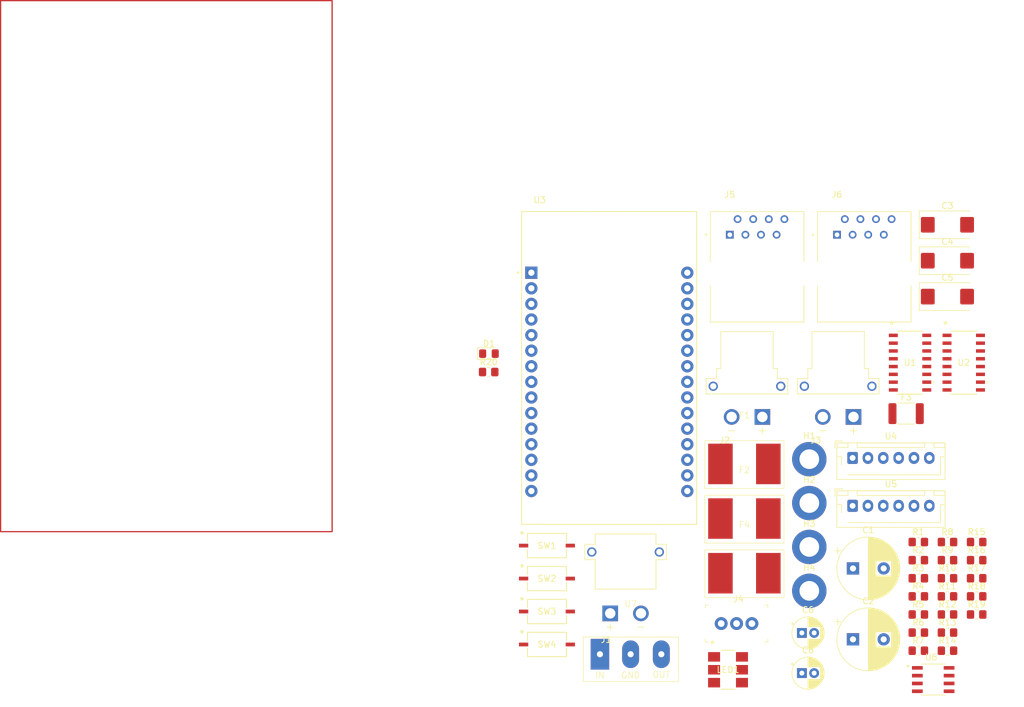
<source format=kicad_pcb>
(kicad_pcb (version 20240108) (generator "pcbnew") (generator_version "8.0")
  (layers (0 "F.Cu" signal) (31 "B.Cu" signal) (34 "B.Paste" user) (35 "F.Paste" user) (36 "B.SilkS" user "B.Silkscreen") (37 "F.SilkS" user "F.Silkscreen") (38 "B.Mask" user) (39 "F.Mask" user) (44 "Edge.Cuts" user))
  (net 0 "")
  (net 1 "GND")
  (net 2 "24V")
  (net 3 "5V")
  (net 4 "Net-(C4-Pad2)")
  (net 5 "Net-(C5-Pad2)")
  (net 6 "Net-(U7-V_{OUT})")
  (net 7 "7.4V")
  (net 8 "MA+")
  (net 9 "MA+_F")
  (net 10 "MB+")
  (net 11 "MB+_F")
  (net 12 "Net-(U7-V_{IN})")
  (net 13 "Net-(F4-Pad1)")
  (net 14 "MA-")
  (net 15 "MB-")
  (net 16 "SERVO_PWM")
  (net 17 "CANH")
  (net 18 "CANL")
  (net 19 "Net-(J5-Pad4)")
  (net 20 "Net-(J5-Pad6)")
  (net 21 "Net-(J5-Pad3)")
  (net 22 "Net-(J5-Pad5)")
  (net 23 "LED_B")
  (net 24 "Net-(LED1-Pad1)")
  (net 25 "LED_G")
  (net 26 "MA_S1")
  (net 27 "Net-(U1-INA)")
  (net 28 "MA_S2")
  (net 29 "Net-(U1-INB)")
  (net 30 "MB_S1")
  (net 31 "Net-(U2-INA)")
  (net 32 "MB_S2")
  (net 33 "Net-(U2-INB)")
  (net 34 "Net-(U1-CS)")
  (net 35 "Net-(U2-CS)")
  (net 36 "MB_DIAG_A")
  (net 37 "3.3V")
  (net 38 "MA_DIAG_B")
  (net 39 "MA_DIAG_A")
  (net 40 "MB_DIAG_B")
  (net 41 "PB_POIGNET_FWD")
  (net 42 "PB_POIGNET_REV")
  (net 43 "PB_ROT_FWD")
  (net 44 "PB_ROT_REV")
  (net 45 "LED_R")
  (net 46 "RXC")
  (net 48 "SCK")
  (net 50 "MISO")
  (net 52 "CS_Rotation")
  (net 55 "MOSI")
  (net 56 "CS_Poignet")
  (net 57 "TXC")
  (net 61 "Net-(C6-Pad2)")
  (net 62 "Net-(D1-A)")
  (footprint "Custom:3425L200_60MR" (layer "F.Cu") (at 134.655 88.47)
    (property "Reference" "F1" (at 0 -7.9 0) (layer "F.SilkS") (effects (font (thickness 0.1))))
    (property "Value" "4A")
    (pad "1" smd rect (at -3.9 0) (size 4 6.6) (layers "F.Cu" "F.Paste" "F.Mask") (net 9 "MA+_F"))
    (pad "2" smd rect (at 3.9 0) (size 4 6.6) (layers "F.Cu" "F.Paste" "F.Mask") (net 8 "MA+"))
  )
  (footprint "MountingHole:MountingHole_3.2mm_M3_DIN965_Pad_TopBottom" (layer "F.Cu") (at 145.23 94.845)
    (property "Reference" "H2" (at 0 -3.8 0) (layer "F.SilkS"))
    (property "Value" "MountingHole_Pad" (hide yes))
    (pad "1" thru_hole circle (at 0 0) (size 3.6 3.6) (drill 3.2) (layers "*.Cu" "*.Mask") (net 1 "GND"))
    (pad "1" connect circle (at 0 0) (size 5.6 5.6) (layers "F.Cu" "F.Mask") (net 1 "GND"))
    (pad "1" connect circle (at 0 0) (size 5.6 5.6) (layers "B.Cu" "B.Mask") (net 1 "GND"))
  )
  (footprint "TS09_63_25_WT_160_SMT_TR:SW_TS09-63-25_CUD" (layer "F.Cu") (at 102.4945 107.1432)
    (property "Reference" "SW2" (at 0 0 0) (layer "F.SilkS"))
    (property "Value" "TS09-63-25-WT-160-SMT-TR" (hide yes))
    (fp_text user "*" (at -4.05765 -1.7526 0) (layer "F.SilkS"))
    (fp_text user "*" (at -4.05765 -1.7526 0) (layer "F.SilkS"))
    (pad "1" smd rect (at -3.80365 0) (size 1.5113 0.6096) (layers "F.Cu" "F.Paste" "F.Mask") (net 1 "GND"))
    (pad "2" smd rect (at 3.80365 0) (size 1.5113 0.6096) (layers "F.Cu" "F.Paste" "F.Mask") (net 42 "PB_POIGNET_REV"))
  )
  (footprint "CLP6C-FKB-CKNPRGJBB7A363:CLP6C-FKB-CKNPRGJBB7A363_CRE" (layer "F.Cu") (at 131.9904 121.9982)
    (property "Reference" "LED1" (at 0 0 0) (layer "F.SilkS"))
    (property "Value" "CLP6C-FKB-CKNPRGJBB7A363")
    (fp_text user "*" (at -2.5273 -4.1447 0) (layer "F.SilkS"))
    (fp_text user "*" (at -2.5273 -4.1447 0) (layer "F.SilkS"))
    (pad "1" smd rect (at -2.2733 -2.099998) (size 1.9558 1.5494) (layers "F.Cu" "F.Paste" "F.Mask") (net 24 "Net-(LED1-Pad1)"))
    (pad "2" smd rect (at -2.2733 0) (size 1.9558 1.5494) (layers "F.Cu" "F.Paste" "F.Mask") (net 25 "LED_G"))
    (pad "3" smd rect (at -2.2733 2.100001) (size 1.9558 1.5494) (layers "F.Cu" "F.Paste" "F.Mask") (net 23 "LED_B"))
    (pad "4" smd rect (at 2.2733 2.099998) (size 1.9558 1.5494) (layers "F.Cu" "F.Paste" "F.Mask") (net 1 "GND"))
    (pad "5" smd rect (at 2.2733 0) (size 1.9558 1.5494) (layers "F.Cu" "F.Paste" "F.Mask") (net 1 "GND"))
    (pad "6" smd rect (at 2.2733 -2.100001) (size 1.9558 1.5494) (layers "F.Cu" "F.Paste" "F.Mask") (net 1 "GND"))
  )
  (footprint "54601-908WPLF:AMPHENOL_54601-908WPLF" (layer "F.Cu") (at 136.725 57.485)
    (property "Reference" "J5" (at -4.445 -12.885 0) (layer "F.SilkS"))
    (property "Value" "RJ45")
    (pad "" np_thru_hole circle (at -5.716 0) (size 3.35 3.35) (drill 3.35) (layers "*.Cu" "*.Mask"))
    (pad "" np_thru_hole circle (at 5.716 0) (size 3.35 3.35) (drill 3.35) (layers "*.Cu" "*.Mask"))
    (pad "1" thru_hole rect (at -4.445 -6.35) (size 1.268 1.268) (drill 0.76) (layers "*.Cu" "*.Mask") (net 17 "CANH"))
    (pad "2" thru_hole circle (at -3.175 -8.89) (size 1.268 1.268) (drill 0.76) (layers "*.Cu" "*.Mask") (net 18 "CANL"))
    (pad "3" thru_hole circle (at -1.905 -6.35) (size 1.268 1.268) (drill 0.76) (layers "*.Cu" "*.Mask") (net 21 "Net-(J5-Pad3)"))
    (pad "4" thru_hole circle (at -0.635 -8.89) (size 1.268 1.268) (drill 0.76) (layers "*.Cu" "*.Mask") (net 19 "Net-(J5-Pad4)"))
    (pad "5" thru_hole circle (at 0.635 -6.35) (size 1.268 1.268) (drill 0.76) (layers "*.Cu" "*.Mask") (net 22 "Net-(J5-Pad5)"))
    (pad "6" thru_hole circle (at 1.905 -8.89) (size 1.268 1.268) (drill 0.76) (layers "*.Cu" "*.Mask") (net 20 "Net-(J5-Pad6)"))
    (pad "7" thru_hole circle (at 3.175 -6.35) (size 1.268 1.268) (drill 0.76) (layers "*.Cu" "*.Mask") (net 3 "5V"))
    (pad "8" thru_hole circle (at 4.445 -8.89) (size 1.268 1.268) (drill 0.76) (layers "*.Cu" "*.Mask") (net 1 "GND"))
  )
  (footprint "Resistor_SMD:R_0805_2012Metric_Pad1.20x1.40mm_HandSolder" (layer "F.Cu") (at 162.99 112.995)
    (property "Reference" "R5" (at 0 -1.65 0) (layer "F.SilkS"))
    (property "Value" "1K")
    (pad "1" smd roundrect (at -1 0) (size 1.2 1.4) (layers "F.Cu" "F.Paste" "F.Mask") (roundrect_rratio 0.208333) (net 34 "Net-(U1-CS)"))
    (pad "2" smd roundrect (at 1 0) (size 1.2 1.4) (layers "F.Cu" "F.Paste" "F.Mask") (roundrect_rratio 0.208333) (net 1 "GND"))
  )
  (footprint "Fuse:Fuse_1812_4532Metric_Pad1.30x3.40mm_HandSolder" (layer "F.Cu") (at 161 80.275)
    (property "Reference" "F3" (at 0 -2.65 0) (layer "F.SilkS"))
    (property "Value" "1.5A")
    (pad "1" smd roundrect (at -2.225 0) (size 1.3 3.4) (layers "F.Cu" "F.Paste" "F.Mask") (roundrect_rratio 0.192308) (net 2 "24V"))
    (pad "2" smd roundrect (at 2.225 0) (size 1.3 3.4) (layers "F.Cu" "F.Paste" "F.Mask") (roundrect_rratio 0.192308) (net 12 "Net-(U7-V_{IN})"))
  )
  (footprint "Capacitor_Tantalum_SMD:CP_EIA-7343-15_Kemet-W_Pad2.25x2.55mm_HandSolder" (layer "F.Cu") (at 167.73 55.365)
    (property "Reference" "C4" (at 0 -3.1 0) (layer "F.SilkS"))
    (property "Value" "47nF")
    (pad "1" smd roundrect (at -3.2 0) (size 2.25 2.55) (layers "F.Cu" "F.Paste" "F.Mask") (roundrect_rratio 0.111111) (net 1 "GND"))
    (pad "2" smd roundrect (at 3.2 0) (size 2.25 2.55) (layers "F.Cu" "F.Paste" "F.Mask") (roundrect_rratio 0.111111) (net 4 "Net-(C4-Pad2)"))
  )
  (footprint "54601-908WPLF:AMPHENOL_54601-908WPLF" (layer "F.Cu") (at 154.19 57.485)
    (property "Reference" "J6" (at -4.445 -12.885 0) (layer "F.SilkS"))
    (property "Value" "RJ45")
    (pad "" np_thru_hole circle (at -5.716 0) (size 3.35 3.35) (drill 3.35) (layers "*.Cu" "*.Mask"))
    (pad "" np_thru_hole circle (at 5.716 0) (size 3.35 3.35) (drill 3.35) (layers "*.Cu" "*.Mask"))
    (pad "1" thru_hole rect (at -4.445 -6.35) (size 1.268 1.268) (drill 0.76) (layers "*.Cu" "*.Mask") (net 17 "CANH"))
    (pad "2" thru_hole circle (at -3.175 -8.89) (size 1.268 1.268) (drill 0.76) (layers "*.Cu" "*.Mask") (net 18 "CANL"))
    (pad "3" thru_hole circle (at -1.905 -6.35) (size 1.268 1.268) (drill 0.76) (layers "*.Cu" "*.Mask") (net 21 "Net-(J5-Pad3)"))
    (pad "4" thru_hole circle (at -0.635 -8.89) (size 1.268 1.268) (drill 0.76) (layers "*.Cu" "*.Mask") (net 19 "Net-(J5-Pad4)"))
    (pad "5" thru_hole circle (at 0.635 -6.35) (size 1.268 1.268) (drill 0.76) (layers "*.Cu" "*.Mask") (net 22 "Net-(J5-Pad5)"))
    (pad "6" thru_hole circle (at 1.905 -8.89) (size 1.268 1.268) (drill 0.76) (layers "*.Cu" "*.Mask") (net 20 "Net-(J5-Pad6)"))
    (pad "7" thru_hole circle (at 3.175 -6.35) (size 1.268 1.268) (drill 0.76) (layers "*.Cu" "*.Mask") (net 3 "5V"))
    (pad "8" thru_hole circle (at 4.445 -8.89) (size 1.268 1.268) (drill 0.76) (layers "*.Cu" "*.Mask") (net 1 "GND"))
  )
  (footprint "Resistor_SMD:R_0805_2012Metric_Pad1.20x1.40mm_HandSolder" (layer "F.Cu") (at 172.49 107.095)
    (property "Reference" "R17" (at 0 -1.65 0) (layer "F.SilkS"))
    (property "Value" "3.3K")
    (pad "1" smd roundrect (at -1 0) (size 1.2 1.4) (layers "F.Cu" "F.Paste" "F.Mask") (roundrect_rratio 0.208333) (net 43 "PB_ROT_FWD"))
    (pad "2" smd roundrect (at 1 0) (size 1.2 1.4) (layers "F.Cu" "F.Paste" "F.Mask") (roundrect_rratio 0.208333) (net 37 "3.3V"))
  )
  (footprint "Resistor_SMD:R_0805_2012Metric_Pad1.20x1.40mm_HandSolder" (layer "F.Cu") (at 167.74 104.145)
    (property "Reference" "R9" (at 0 -1.65 0) (layer "F.SilkS"))
    (property "Value" "3.3K")
    (pad "1" smd roundrect (at -1 0) (size 1.2 1.4) (layers "F.Cu" "F.Paste" "F.Mask") (roundrect_rratio 0.208333) (net 39 "MA_DIAG_A"))
    (pad "2" smd roundrect (at 1 0) (size 1.2 1.4) (layers "F.Cu" "F.Paste" "F.Mask") (roundrect_rratio 0.208333) (net 37 "3.3V"))
  )
  (footprint "MountingHole:MountingHole_3.2mm_M3_DIN965_Pad_TopBottom" (layer "F.Cu") (at 145.23 87.695)
    (property "Reference" "H1" (at 0 -3.8 0) (layer "F.SilkS"))
    (property "Value" "MountingHole_Pad" (hide yes))
    (pad "1" thru_hole circle (at 0 0) (size 3.6 3.6) (drill 3.2) (layers "*.Cu" "*.Mask") (net 1 "GND"))
    (pad "1" connect circle (at 0 0) (size 5.6 5.6) (layers "F.Cu" "F.Mask") (net 1 "GND"))
    (pad "1" connect circle (at 0 0) (size 5.6 5.6) (layers "B.Cu" "B.Mask") (net 1 "GND"))
  )
  (footprint "Connector_JST:JST_XH_B6B-XH-AM_1x06_P2.50mm_Vertical" (layer "F.Cu") (at 152.28 87.495)
    (property "Reference" "U4" (at 6.25 -3.55 0) (layer "F.SilkS"))
    (property "Value" "~")
    (pad "" np_thru_hole circle (at -1.6 2) (size 1.2 1.2) (drill 1.2) (layers "*.Cu" "*.Mask"))
    (pad "1" thru_hole roundrect (at 0 0) (size 1.7 1.95) (drill 0.95) (layers "*.Cu" "*.Mask") (roundrect_rratio 0.147059) (net 3 "5V"))
    (pad "2" thru_hole oval (at 2.5 0) (size 1.7 1.95) (drill 0.95) (layers "*.Cu" "*.Mask") (net 48 "SCK"))
    (pad "3" thru_hole oval (at 5 0) (size 1.7 1.95) (drill 0.95) (layers "*.Cu" "*.Mask") (net 55 "MOSI"))
    (pad "4" thru_hole oval (at 7.5 0) (size 1.7 1.95) (drill 0.95) (layers "*.Cu" "*.Mask") (net 1 "GND"))
    (pad "5" thru_hole oval (at 10 0) (size 1.7 1.95) (drill 0.95) (layers "*.Cu" "*.Mask") (net 50 "MISO"))
    (pad "6" thru_hole oval (at 12.5 0) (size 1.7 1.95) (drill 0.95) (layers "*.Cu" "*.Mask") (net 56 "CS_Poignet"))
  )
  (footprint "VNH5200ASTR_E:SO_200AS-E_STM" (layer "F.Cu") (at 161.6396 71.974)
    (property "Reference" "U1" (at 0 0 0) (layer "F.SilkS"))
    (property "Value" "VNH5200ASTR-E" (hide yes))
    (fp_text user "*" (at -2.97815 -6.1468 0) (layer "F.SilkS"))
    (fp_text user "*" (at -2.97815 -6.1468 0) (layer "F.SilkS"))
    (pad "1" smd rect (at -2.72415 -4.445) (size 1.4605 0.5588) (layers "F.Cu" "F.Paste" "F.Mask") (net 1 "GND"))
    (pad "2" smd rect (at -2.72415 -3.175) (size 1.4605 0.5588) (layers "F.Cu" "F.Paste" "F.Mask") (net 9 "MA+_F"))
    (pad "3" smd rect (at -2.72415 -1.905) (size 1.4605 0.5588) (layers "F.Cu" "F.Paste" "F.Mask") (net 27 "Net-(U1-INA)"))
    (pad "4" smd rect (at -2.72415 -0.635) (size 1.4605 0.5588) (layers "F.Cu" "F.Paste" "F.Mask") (net 2 "24V"))
    (pad "5" smd rect (at -2.72415 0.635) (size 1.4605 0.5588) (layers "F.Cu" "F.Paste" "F.Mask") (net 2 "24V"))
    (pad "6" smd rect (at -2.72415 1.905) (size 1.4605 0.5588) (layers "F.Cu" "F.Paste" "F.Mask") (net 29 "Net-(U1-INB)"))
    (pad "7" smd rect (at -2.72415 3.175) (size 1.4605 0.5588) (layers "F.Cu" "F.Paste" "F.Mask") (net 14 "MA-"))
    (pad "8" smd rect (at -2.72415 4.445) (size 1.4605 0.5588) (layers "F.Cu" "F.Paste" "F.Mask") (net 1 "GND"))
    (pad "9" smd rect (at 2.72415 4.445) (size 1.4605 0.5588) (layers "F.Cu" "F.Paste" "F.Mask") (net 1 "GND"))
    (pad "10" smd rect (at 2.72415 3.175) (size 1.4605 0.5588) (layers "F.Cu" "F.Paste" "F.Mask") (net 14 "MA-"))
    (pad "11" smd rect (at 2.72415 1.905) (size 1.4605 0.5588) (layers "F.Cu" "F.Paste" "F.Mask") (net 39 "MA_DIAG_A"))
    (pad "12" smd rect (at 2.72415 0.635) (size 1.4605 0.5588) (layers "F.Cu" "F.Paste" "F.Mask") (net 2 "24V"))
    (pad "13" smd rect (at 2.72415 -0.635) (size 1.4605 0.5588) (layers "F.Cu" "F.Paste" "F.Mask") (net 34 "Net-(U1-CS)"))
    (pad "14" smd rect (at 2.72415 -1.905) (size 1.4605 0.5588) (layers "F.Cu" "F.Paste" "F.Mask") (net 38 "MA_DIAG_B"))
    (pad "15" smd rect (at 2.72415 -3.175) (size 1.4605 0.5588) (layers "F.Cu" "F.Paste" "F.Mask") (net 9 "MA+_F"))
    (pad "16" smd rect (at 2.72415 -4.445) (size 1.4605 0.5588) (layers "F.Cu" "F.Paste" "F.Mask") (net 1 "GND"))
  )
  (footprint "Resistor_SMD:R_0805_2012Metric_Pad1.20x1.40mm_HandSolder" (layer "F.Cu") (at 93 73.5)
    (property "Reference" "R20" (at 0 -1.65 0) (layer "F.SilkS"))
    (property "Value" "1K")
    (pad "1" smd roundrect (at -1 0) (size 1.2 1.4) (layers "F.Cu" "F.Paste" "F.Mask") (roundrect_rratio 0.208333) (net 7 "7.4V"))
    (pad "2" smd roundrect (at 1 0) (size 1.2 1.4) (layers "F.Cu" "F.Paste" "F.Mask") (roundrect_rratio 0.208333) (net 62 "Net-(D1-A)"))
  )
  (footprint "TS09_63_25_WT_160_SMT_TR:SW_TS09-63-25_CUD" (layer "F.Cu") (at 102.4945 117.8808)
    (property "Reference" "SW4" (at 0 0 0) (layer "F.SilkS"))
    (property "Value" "TS09-63-25-WT-160-SMT-TR" (hide yes))
    (fp_text user "*" (at -4.05765 -1.7526 0) (layer "F.SilkS"))
    (fp_text user "*" (at -4.05765 -1.7526 0) (layer "F.SilkS"))
    (pad "1" smd rect (at -3.80365 0) (size 1.5113 0.6096) (layers "F.Cu" "F.Paste" "F.Mask") (net 1 "GND"))
    (pad "2" smd rect (at 3.80365 0) (size 1.5113 0.6096) (layers "F.Cu" "F.Paste" "F.Mask") (net 44 "PB_ROT_REV"))
  )
  (footprint "TJA1050T_CM_118:SOIC127P600X175-8N" (layer "F.Cu") (at 165.415 123.595)
    (property "Reference" "U6" (at -0.325 -3.635 0) (layer "F.SilkS"))
    (property "Value" "TJA1050T_CM_118")
    (pad "1" smd roundrect (at -2.585 -1.905) (size 1.75 0.59) (layers "F.Cu" "F.Paste" "F.Mask") (roundrect_rratio 0.07) (net 46 "RXC"))
    (pad "2" smd roundrect (at -2.585 -0.635) (size 1.75 0.59) (layers "F.Cu" "F.Paste" "F.Mask") (roundrect_rratio 0.07) (net 1 "GND"))
    (pad "3" smd roundrect (at -2.585 0.635) (size 1.75 0.59) (layers "F.Cu" "F.Paste" "F.Mask") (roundrect_rratio 0.07) (net 3 "5V"))
    (pad "4" smd roundrect (at -2.585 1.905) (size 1.75 0.59) (layers "F.Cu" "F.Paste" "F.Mask") (roundrect_rratio 0.07) (net 57 "TXC"))
    (pad "5" smd roundrect (at 2.585 1.905) (size 1.75 0.59) (layers "F.Cu" "F.Paste" "F.Mask") (roundrect_rratio 0.07))
    (pad "6" smd roundrect (at 2.585 0.635) (size 1.75 0.59) (layers "F.Cu" "F.Paste" "F.Mask") (roundrect_rratio 0.07) (net 18 "CANL"))
    (pad "7" smd roundrect (at 2.585 -0.635) (size 1.75 0.59) (layers "F.Cu" "F.Paste" "F.Mask") (roundrect_rratio 0.07) (net 17 "CANH"))
    (pad "8" smd roundrect (at 2.585 -1.905) (size 1.75 0.59) (layers "F.Cu" "F.Paste" "F.Mask") (roundrect_rratio 0.07) (net 1 "GND"))
  )
  (footprint "Resistor_SMD:R_0805_2012Metric_Pad1.20x1.40mm_HandSolder" (layer "F.Cu") (at 167.74 107.095)
    (property "Reference" "R10" (at 0 -1.65 0) (layer "F.SilkS"))
    (property "Value" "3.3K")
    (pad "1" smd roundrect (at -1 0) (size 1.2 1.4) (layers "F.Cu" "F.Paste" "F.Mask") (roundrect_rratio 0.208333) (net 40 "MB_DIAG_B"))
    (pad "2" smd roundrect (at 1 0) (size 1.2 1.4) (layers "F.Cu" "F.Paste" "F.Mask") (roundrect_rratio 0.208333) (net 37 "3.3V"))
  )
  (footprint "digikey-footprints:PinHeader_1x3_P2.5mm_Drill1.1mm" (layer "F.Cu") (at 130.88 114.475)
    (property "Reference" "J4" (at 2.8 -4 0) (layer "F.SilkS"))
    (property "Value" "B3B-XH-A_LF__SN_")
    (pad "1" thru_hole circle (at 0 0) (size 2.1 2.1) (drill 1.1) (layers "*.Cu" "*.Mask") (net 1 "GND"))
    (pad "2" thru_hole circle (at 2.5 0) (size 2.1 2.1) (drill 1.1) (layers "*.Cu" "*.Mask") (net 13 "Net-(F4-Pad1)"))
    (pad "3" thru_hole circle (at 5 0) (size 2.1 2.1) (drill 1.1) (layers "*.Cu" "*.Mask") (net 16 "SERVO_PWM"))
  )
  (footprint "TS09_63_25_WT_160_SMT_TR:SW_TS09-63-25_CUD" (layer "F.Cu") (at 102.4945 101.7744)
    (property "Reference" "SW1" (at 0 0 0) (layer "F.SilkS"))
    (property "Value" "TS09-63-25-WT-160-SMT-TR" (hide yes))
    (fp_text user "*" (at -4.05765 -1.7526 0) (layer "F.SilkS"))
    (fp_text user "*" (at -4.05765 -1.7526 0) (layer "F.SilkS"))
    (pad "1" smd rect (at -3.80365 0) (size 1.5113 0.6096) (layers "F.Cu" "F.Paste" "F.Mask") (net 1 "GND"))
    (pad "2" smd rect (at 3.80365 0) (size 1.5113 0.6096) (layers "F.Cu" "F.Paste" "F.Mask") (net 41 "PB_POIGNET_FWD"))
  )
  (footprint "XT30PW-F:AMASS_XT30PW-F" (layer "F.Cu") (at 135.08 75.815)
    (property "Reference" "J2" (at -3.635 8.805 0) (layer "F.SilkS"))
    (property "Value" "XT30PW-F")
    (pad "" thru_hole circle (at -5.5 0) (size 1.508 1.508) (drill 1) (layers "*.Cu" "*.Mask"))
    (pad "" thru_hole circle (at 5.5 0) (size 1.508 1.508) (drill 1) (layers "*.Cu" "*.Mask"))
    (pad "N" thru_hole circle (at -2.5 5) (size 2.55 2.55) (drill 1.7) (layers "*.Cu" "*.Mask") (net 14 "MA-"))
    (pad "P" thru_hole rect (at 2.5 5) (size 2.55 2.55) (drill 1.7) (layers "*.Cu" "*.Mask") (net 8 "MA+"))
  )
  (footprint "Capacitor_THT:CP_Radial_D5.0mm_P2.00mm" (layer "F.Cu") (at 144.019775 115.995)
    (property "Reference" "C6" (at 1 -3.75 0) (layer "F.SilkS"))
    (property "Value" "100uF")
    (pad "1" thru_hole rect (at 0 0) (size 1.6 1.6) (drill 0.8) (layers "*.Cu" "*.Mask") (net 6 "Net-(U7-V_{OUT})"))
    (pad "2" thru_hole circle (at 2 0) (size 1.6 1.6) (drill 0.8) (layers "*.Cu" "*.Mask") (net 61 "Net-(C6-Pad2)"))
  )
  (footprint "Resistor_SMD:R_0805_2012Metric_Pad1.20x1.40mm_HandSolder" (layer "F.Cu") (at 167.74 118.895)
    (property "Reference" "R14" (at 0 -1.65 0) (layer "F.SilkS"))
    (property "Value" "60")
    (pad "1" smd roundrect (at -1 0) (size 1.2 1.4) (layers "F.Cu" "F.Paste" "F.Mask") (roundrect_rratio 0.208333) (net 5 "Net-(C5-Pad2)"))
    (pad "2" smd roundrect (at 1 0) (size 1.2 1.4) (layers "F.Cu" "F.Paste" "F.Mask") (roundrect_rratio 0.208333) (net 18 "CANL"))
  )
  (footprint "TS09_63_25_WT_160_SMT_TR:SW_TS09-63-25_CUD" (layer "F.Cu") (at 102.4945 112.512)
    (property "Reference" "SW3" (at 0 0 0) (layer "F.SilkS"))
    (property "Value" "TS09-63-25-WT-160-SMT-TR" (hide yes))
    (fp_text user "*" (at -4.05765 -1.7526 0) (layer "F.SilkS"))
    (fp_text user "*" (at -4.05765 -1.7526 0) (layer "F.SilkS"))
    (pad "1" smd rect (at -3.80365 0) (size 1.5113 0.6096) (layers "F.Cu" "F.Paste" "F.Mask") (net 1 "GND"))
    (pad "2" smd rect (at 3.80365 0) (size 1.5113 0.6096) (layers "F.Cu" "F.Paste" "F.Mask") (net 43 "PB_ROT_FWD"))
  )
  (footprint "Resistor_SMD:R_0805_2012Metric_Pad1.20x1.40mm_HandSolder" (layer "F.Cu") (at 167.74 101.195)
    (property "Reference" "R8" (at 0 -1.65 0) (layer "F.SilkS"))
    (property "Value" "3.3K")
    (pad "1" smd roundrect (at -1 0) (size 1.2 1.4) (layers "F.Cu" "F.Paste" "F.Mask") (roundrect_rratio 0.208333) (net 38 "MA_DIAG_B"))
    (pad "2" smd roundrect (at 1 0) (size 1.2 1.4) (layers "F.Cu" "F.Paste" "F.Mask") (roundrect_rratio 0.208333) (net 37 "3.3V"))
  )
  (footprint "Capacitor_THT:CP_Radial_D10.0mm_P5.00mm" (layer "F.Cu") (at 152.344646 117.045)
    (property "Reference" "C2" (at 2.5 -6.25 0) (layer "F.SilkS"))
    (property "Value" "470uf")
    (pad "1" thru_hole rect (at 0 0) (size 2 2) (drill 1) (layers "*.Cu" "*.Mask") (net 2 "24V"))
    (pad "2" thru_hole circle (at 5 0) (size 2 2) (drill 1) (layers "*.Cu" "*.Mask") (net 1 "GND"))
  )
  (footprint "XT30PW-F:AMASS_XT30PW-F" (layer "F.Cu") (at 149.93 75.815)
    (property "Reference" "J3" (at -3.635 8.805 0) (layer "F.SilkS"))
    (property "Value" "XT30PW-F")
    (pad "" thru_hole circle (at -5.5 0) (size 1.508 1.508) (drill 1) (layers "*.Cu" "*.Mask"))
    (pad "" thru_hole circle (at 5.5 0) (size 1.508 1.508) (drill 1) (layers "*.Cu" "*.Mask"))
    (pad "N" thru_hole circle (at -2.5 5) (size 2.55 2.55) (drill 1.7) (layers "*.Cu" "*.Mask") (net 15 "MB-"))
    (pad "P" thru_hole rect (at 2.5 5) (size 2.55 2.55) (drill 1.7) (layers "*.Cu" "*.Mask") (net 10 "MB+"))
  )
  (footprint "Resistor_SMD:R_0805_2012Metric_Pad1.20x1.40mm_HandSolder" (layer "F.Cu") (at 162.99 104.145)
    (property "Reference" "R2" (at 0 -1.65 0) (layer "F.SilkS"))
    (property "Value" "1K")
    (pad "1" smd roundrect (at -1 0) (size 1.2 1.4) (layers "F.Cu" "F.Paste" "F.Mask") (roundrect_rratio 0.208333) (net 28 "MA_S2"))
    (pad "2" smd roundrect (at 1 0) (size 1.2 1.4) (layers "F.Cu" "F.Paste" "F.Mask") (roundrect_rratio 0.208333) (net 29 "Net-(U1-INB)"))
  )
  (footprint "Capacitor_Tantalum_SMD:CP_EIA-7343-15_Kemet-W_Pad2.25x2.55mm_HandSolder" (layer "F.Cu") (at 167.73 49.515)
    (property "Reference" "C3" (at 0 -3.1 0) (layer "F.SilkS"))
    (property "Value" "100nf")
    (pad "1" smd roundrect (at -3.2 0) (size 2.25 2.55) (layers "F.Cu" "F.Paste" "F.Mask") (roundrect_rratio 0.111111) (net 3 "5V"))
    (pad "2" smd roundrect (at 3.2 0) (size 2.25 2.55) (layers "F.Cu" "F.Paste" "F.Mask") (roundrect_rratio 0.111111) (net 1 "GND"))
  )
  (footprint "Resistor_SMD:R_0805_2012Metric_Pad1.20x1.40mm_HandSolder" (layer "F.Cu") (at 162.99 107.095)
    (property "Reference" "R3" (at 0 -1.65 0) (layer "F.SilkS"))
    (property "Value" "1K")
    (pad "1" smd roundrect (at -1 0) (size 1.2 1.4) (layers "F.Cu" "F.Paste" "F.Mask") (roundrect_rratio 0.208333) (net 30 "MB_S1"))
    (pad "2" smd roundrect (at 1 0) (size 1.2 1.4) (layers "F.Cu" "F.Paste" "F.Mask") (roundrect_rratio 0.208333) (net 31 "Net-(U2-INA)"))
  )
  (footprint "XT30PW-M:AMASS_XT30PW-M" (layer "F.Cu") (at 115.3 102.815)
    (property "Reference" "J1" (at -3.175 14.2875 0) (layer "F.SilkS"))
    (property "Value" "XT30PW-M" (hide yes))
    (pad "" thru_hole circle (at -5.5 0) (size 1.508 1.508) (drill 1) (layers "*.Cu" "*.Mask"))
    (pad "" thru_hole circle (at 5.5 0) (size 1.508 1.508) (drill 1) (layers "*.Cu" "*.Mask"))
    (pad "N" thru_hole circle (at 2.5 10) (size 2.55 2.55) (drill 1.7) (layers "*.Cu" "*.Mask") (net 1 "GND"))
    (pad "P" thru_hole rect (at -2.5 10) (size 2.55 2.55) (drill 1.7) (layers "*.Cu" "*.Mask") (net 2 "24V"))
  )
  (footprint "Resistor_SMD:R_0805_2012Metric_Pad1.20x1.40mm_HandSolder" (layer "F.Cu") (at 172.49 101.195)
    (property "Reference" "R15" (at 0 -1.65 0) (layer "F.SilkS"))
    (property "Value" "3.3K")
    (pad "1" smd roundrect (at -1 0) (size 1.2 1.4) (layers "F.Cu" "F.Paste" "F.Mask") (roundrect_rratio 0.208333) (net 41 "PB_POIGNET_FWD"))
    (pad "2" smd roundrect (at 1 0) (size 1.2 1.4) (layers "F.Cu" "F.Paste" "F.Mask") (roundrect_rratio 0.208333) (net 37 "3.3V"))
  )
  (footprint "Capacitor_THT:CP_Radial_D10.0mm_P5.00mm" (layer "F.Cu") (at 152.344646 105.495)
    (property "Reference" "C1" (at 2.5 -6.25 0) (layer "F.SilkS"))
    (property "Value" "470uf")
    (pad "1" thru_hole rect (at 0 0) (size 2 2) (drill 1) (layers "*.Cu" "*.Mask") (net 2 "24V"))
    (pad "2" thru_hole circle (at 5 0) (size 2 2) (drill 1) (layers "*.Cu" "*.Mask") (net 1 "GND"))
  )
  (footprint "Capacitor_THT:CP_Radial_D5.0mm_P2.00mm" (layer "F.Cu") (at 144.019775 122.545)
    (property "Reference" "C8" (at 1 -3.75 0) (layer "F.SilkS"))
    (property "Value" "100uF")
    (pad "1" thru_hole rect (at 0 0) (size 1.6 1.6) (drill 0.8) (layers "*.Cu" "*.Mask") (net 61 "Net-(C6-Pad2)"))
    (pad "2" thru_hole circle (at 2 0) (size 1.6 1.6) (drill 0.8) (layers "*.Cu" "*.Mask") (net 7 "7.4V"))
  )
  (footprint "Resistor_SMD:R_0805_2012Metric_Pad1.20x1.40mm_HandSolder" (layer "F.Cu") (at 167.74 112.995)
    (property "Reference" "R12" (at 0 -1.65 0) (layer "F.SilkS"))
    (property "Value" "60")
    (pad "1" smd roundrect (at -1 0) (size 1.2 1.4) (layers "F.Cu" "F.Paste" "F.Mask") (roundrect_rratio 0.208333) (net 4 "Net-(C4-Pad2)"))
    (pad "2" smd roundrect (at 1 0) (size 1.2 1.4) (layers "F.Cu" "F.Paste" "F.Mask") (roundrect_rratio 0.208333) (net 18 "CANL"))
  )
  (footprint "MountingHole:MountingHole_3.2mm_M3_DIN965_Pad_TopBottom" (layer "F.Cu") (at 145.23 109.145)
    (property "Reference" "H4" (at 0 -3.8 0) (layer "F.SilkS"))
    (property "Value" "MountingHole_Pad" (hide yes))
    (pad "1" thru_hole circle (at 0 0) (size 3.6 3.6) (drill 3.2) (layers "*.Cu" "*.Mask") (net 1 "GND"))
    (pad "1" connect circle (at 0 0) (size 5.6 5.6) (layers "F.Cu" "F.Mask") (net 1 "GND"))
    (pad "1" connect circle (at 0 0) (size 5.6 5.6) (layers "B.Cu" "B.Mask") (net 1 "GND"))
  )
  (footprint "Resistor_SMD:R_0805_2012Metric_Pad1.20x1.40mm_HandSolder" (layer "F.Cu") (at 172.49 112.995)
    (property "Reference" "R19" (at 0 -1.65 0) (layer "F.SilkS"))
    (property "Value" "68")
    (pad "1" smd roundrect (at -1 0) (size 1.2 1.4) (layers "F.Cu" "F.Paste" "F.Mask") (roundrect_rratio 0.208333) (net 24 "Net-(LED1-Pad1)"))
    (pad "2" smd roundrect (at 1 0) (size 1.2 1.4) (layers "F.Cu" "F.Paste" "F.Mask") (roundrect_rratio 0.208333) (net 45 "LED_R"))
  )
  (footprint "Custom:3425L200_60MR" (layer "F.Cu") (at 134.655 97.37)
    (property "Reference" "F2" (at 0 -7.9 0) (layer "F.SilkS") (effects (font (thickness 0.1))))
    (property "Value" "4A")
    (pad "1" smd rect (at -3.9 0) (size 4 6.6) (layers "F.Cu" "F.Paste" "F.Mask") (net 11 "MB+_F"))
    (pad "2" smd rect (at 3.9 0) (size 4 6.6) (layers "F.Cu" "F.Paste" "F.Mask") (net 10 "MB+"))
  )
  (footprint "Resistor_SMD:R_0805_2012Metric_Pad1.20x1.40mm_HandSolder" (layer "F.Cu") (at 167.74 110.045)
    (property "Reference" "R11" (at 0 -1.65 0) (layer "F.SilkS"))
    (property "Value" "60")
    (pad "1" smd roundrect (at -1 0) (size 1.2 1.4) (layers "F.Cu" "F.Paste" "F.Mask") (roundrect_rratio 0.208333) (net 17 "CANH"))
    (pad "2" smd roundrect (at 1 0) (size 1.2 1.4) (layers "F.Cu" "F.Paste" "F.Mask") (roundrect_rratio 0.208333) (net 4 "Net-(C4-Pad2)"))
  )
  (footprint "MountingHole:MountingHole_3.2mm_M3_DIN965_Pad_TopBottom" (layer "F.Cu") (at 145.23 101.995)
    (property "Reference" "H3" (at 0 -3.8 0) (layer "F.SilkS"))
    (property "Value" "MountingHole_Pad" (hide yes))
    (pad "1" thru_hole circle (at 0 0) (size 3.6 3.6) (drill 3.2) (layers "*.Cu" "*.Mask") (net 1 "GND"))
    (pad "1" connect circle (at 0 0) (size 5.6 5.6) (layers "F.Cu" "F.Mask") (net 1 "GND"))
    (pad "1" connect circle (at 0 0) (size 5.6 5.6) (layers "B.Cu" "B.Mask") (net 1 "GND"))
  )
  (footprint "Connector_JST:JST_XH_B6B-XH-AM_1x06_P2.50mm_Vertical" (layer "F.Cu") (at 152.28 95.295)
    (property "Reference" "U5" (at 6.25 -3.55 0) (layer "F.SilkS"))
    (property "Value" "~")
    (pad "" np_thru_hole circle (at -1.6 2) (size 1.2 1.2) (drill 1.2) (layers "*.Cu" "*.Mask"))
    (pad "1" thru_hole roundrect (at 0 0) (size 1.7 1.95) (drill 0.95) (layers "*.Cu" "*.Mask") (roundrect_rratio 0.147059) (net 3 "5V"))
    (pad "2" thru_hole oval (at 2.5 0) (size 1.7 1.95) (drill 0.95) (layers "*.Cu" "*.Mask") (net 48 "SCK"))
    (pad "3" thru_hole oval (at 5 0) (size 1.7 1.95) (drill 0.95) (layers "*.Cu" "*.Mask") (net 55 "MOSI"))
    (pad "4" thru_hole oval (at 7.5 0) (size 1.7 1.95) (drill 0.95) (layers "*.Cu" "*.Mask") (net 1 "GND"))
    (pad "5" thru_hole oval (at 10 0) (size 1.7 1.95) (drill 0.95) (layers "*.Cu" "*.Mask") (net 50 "MISO"))
    (pad "6" thru_hole oval (at 12.5 0) (size 1.7 1.95) (drill 0.95) (layers "*.Cu" "*.Mask") (net 52 "CS_Rotation"))
  )
  (footprint "Custom:3425L200_60MR" (layer "F.Cu") (at 134.655 106.27)
    (property "Reference" "F4" (at 0 -7.9 0) (layer "F.SilkS") (effects (font (thickness 0.1))))
    (property "Value" "4A")
    (pad "1" smd rect (at -3.9 0) (size 4 6.6) (layers "F.Cu" "F.Paste" "F.Mask") (net 13 "Net-(F4-Pad1)"))
    (pad "2" smd rect (at 3.9 0) (size 4 6.6) (layers "F.Cu" "F.Paste" "F.Mask") (net 7 "7.4V"))
  )
  (footprint "Resistor_SMD:R_0805_2012Metric_Pad1.20x1.40mm_HandSolder" (layer "F.Cu") (at 162.99 115.945)
    (property "Reference" "R6" (at 0 -1.65 0) (layer "F.SilkS"))
    (property "Value" "1K")
    (pad "1" smd roundrect (at -1 0) (size 1.2 1.4) (layers "F.Cu" "F.Paste" "F.Mask") (roundrect_rratio 0.208333) (net 35 "Net-(U2-CS)"))
    (pad "2" smd roundrect (at 1 0) (size 1.2 1.4) (layers "F.Cu" "F.Paste" "F.Mask") (roundrect_rratio 0.208333) (net 1 "GND"))
  )
  (footprint "Resistor_SMD:R_0805_2012Metric_Pad1.20x1.40mm_HandSolder" (layer "F.Cu") (at 167.74 115.945)
    (property "Reference" "R13" (at 0 -1.65 0) (layer "F.SilkS"))
    (property "Value" "60")
    (pad "1" smd roundrect (at -1 0) (size 1.2 1.4) (layers "F.Cu" "F.Paste" "F.Mask") (roundrect_rratio 0.208333) (net 17 "CANH"))
    (pad "2" smd roundrect (at 1 0) (size 1.2 1.4) (layers "F.Cu" "F.Paste" "F.Mask") (roundrect_rratio 0.208333) (net 5 "Net-(C5-Pad2)"))
  )
  (footprint "Custom:REG_7.4V" (layer "F.Cu") (at 116.125 119.47)
    (property "Reference" "U7" (at 0 -8.2 0) (layer "F.SilkS") (effects (font (thickness 0.1))))
    (property "Value" "~")
    (fp_text user "GND" (at -1.6 4 0) (layer "F.SilkS") (effects (font (thickness 0.1)) (justify left bottom)))
    (fp_text user "OUT" (at 5 3.9 0) (layer "F.SilkS") (effects (font (thickness 0.1)) (justify bottom)))
    (fp_text user "IN" (at -5 4 0) (layer "F.SilkS") (effects (font (thickness 0.1)) (justify bottom)))
    (pad "1" thru_hole rect (at -5 0) (size 3 5) (drill 1) (layers "*.Cu" "*.Mask") (net 12 "Net-(U7-V_{IN})"))
    (pad "2" thru_hole oval (at 0 0) (size 2.75 4.5) (drill 1) (layers "*.Cu" "*.Mask") (net 1 "GND"))
    (pad "2" thru_hole oval (at 5 0) (size 2.75 4.5) (drill 1) (layers "*.Cu" "*.Mask") (net 1 "GND"))
  )
  (footprint "Resistor_SMD:R_0805_2012Metric_Pad1.20x1.40mm_HandSolder" (layer "F.Cu") (at 172.49 110.045)
    (property "Reference" "R18" (at 0 -1.65 0) (layer "F.SilkS"))
    (property "Value" "3.3K")
    (pad "1" smd roundrect (at -1 0) (size 1.2 1.4) (layers "F.Cu" "F.Paste" "F.Mask") (roundrect_rratio 0.208333) (net 44 "PB_ROT_REV"))
    (pad "2" smd roundrect (at 1 0) (size 1.2 1.4) (layers "F.Cu" "F.Paste" "F.Mask") (roundrect_rratio 0.208333) (net 37 "3.3V"))
  )
  (footprint "VNH5200ASTR_E:SO_200AS-E_STM" (layer "F.Cu") (at 170.3866 71.974)
    (property "Reference" "U2" (at 0 0 0) (layer "F.SilkS"))
    (property "Value" "VNH5200ASTR-E" (hide yes))
    (fp_text user "*" (at -2.97815 -6.1468 0) (layer "F.SilkS"))
    (fp_text user "*" (at -2.97815 -6.1468 0) (layer "F.SilkS"))
    (pad "1" smd rect (at -2.72415 -4.445) (size 1.4605 0.5588) (layers "F.Cu" "F.Paste" "F.Mask") (net 1 "GND"))
    (pad "2" smd rect (at -2.72415 -3.175) (size 1.4605 0.5588) (layers "F.Cu" "F.Paste" "F.Mask") (net 11 "MB+_F"))
    (pad "3" smd rect (at -2.72415 -1.905) (size 1.4605 0.5588) (layers "F.Cu" "F.Paste" "F.Mask") (net 31 "Net-(U2-INA)"))
    (pad "4" smd rect (at -2.72415 -0.635) (size 1.4605 0.5588) (layers "F.Cu" "F.Paste" "F.Mask") (net 2 "24V"))
    (pad "5" smd rect (at -2.72415 0.635) (size 1.4605 0.5588) (layers "F.Cu" "F.Paste" "F.Mask") (net 2 "24V"))
    (pad "6" smd rect (at -2.72415 1.905) (size 1.4605 0.5588) (layers "F.Cu" "F.Paste" "F.Mask") (net 33 "Net-(U2-INB)"))
    (pad "7" smd rect (at -2.72415 3.175) (size 1.4605 0.5588) (layers "F.Cu" "F.Paste" "F.Mask") (net 15 "MB-"))
    (pad "8" smd rect (at -2.72415 4.445) (size 1.4605 0.5588) (layers "F.Cu" "F.Paste" "F.Mask") (net 1 "GND"))
    (pad "9" smd rect (at 2.72415 4.445) (size 1.4605 0.5588) (layers "F.Cu" "F.Paste" "F.Mask") (net 1 "GND"))
    (pad "10" smd rect (at 2.72415 3.175) (size 1.4605 0.5588) (layers "F.Cu" "F.Paste" "F.Mask") (net 15 "MB-"))
    (pad "11" smd rect (at 2.72415 1.905) (size 1.4605 0.5588) (layers "F.Cu" "F.Paste" "F.Mask") (net 36 "MB_DIAG_A"))
    (pad "12" smd rect (at 2.72415 0.635) (size 1.4605 0.5588) (layers "F.Cu" "F.Paste" "F.Mask") (net 2 "24V"))
    (pad "13" smd rect (at 2.72415 -0.635) (size 1.4605 0.5588) (layers "F.Cu" "F.Paste" "F.Mask") (net 35 "Net-(U2-CS)"))
    (pad "14" smd rect (at 2.72415 -1.905) (size 1.4605 0.5588) (layers "F.Cu" "F.Paste" "F.Mask") (net 40 "MB_DIAG_B"))
    (pad "15" smd rect (at 2.72415 -3.175) (size 1.4605 0.5588) (layers "F.Cu" "F.Paste" "F.Mask") (net 11 "MB+_F"))
    (pad "16" smd rect (at 2.72415 -4.445) (size 1.4605 0.5588) (layers "F.Cu" "F.Paste" "F.Mask") (net 1 "GND"))
  )
  (footprint "Capacitor_Tantalum_SMD:CP_EIA-7343-15_Kemet-W_Pad2.25x2.55mm_HandSolder" (layer "F.Cu") (at 167.73 61.215)
    (property "Reference" "C5" (at 0 -3.1 0) (layer "F.SilkS"))
    (property "Value" "47nF")
    (pad "1" smd roundrect (at -3.2 0) (size 2.25 2.55) (layers "F.Cu" "F.Paste" "F.Mask") (roundrect_rratio 0.111111) (net 1 "GND"))
    (pad "2" smd roundrect (at 3.2 0) (size 2.25 2.55) (layers "F.Cu" "F.Paste" "F.Mask") (roundrect_rratio 0.111111) (net 5 "Net-(C5-Pad2)"))
  )
  (footprint "Resistor_SMD:R_0805_2012Metric_Pad1.20x1.40mm_HandSolder" (layer "F.Cu") (at 162.99 118.895)
    (property "Reference" "R7" (at 0 -1.65 0) (layer "F.SilkS"))
    (property "Value" "3.3K")
    (pad "1" smd roundrect (at -1 0) (size 1.2 1.4) (layers "F.Cu" "F.Paste" "F.Mask") (roundrect_rratio 0.208333) (net 36 "MB_DIAG_A"))
    (pad "2" smd roundrect (at 1 0) (size 1.2 1.4) (layers "F.Cu" "F.Paste" "F.Mask") (roundrect_rratio 0.208333) (net 37 "3.3V"))
  )
  (footprint "LED_SMD:LED_0805_2012Metric_Pad1.15x1.40mm_HandSolder" (layer "F.Cu") (at 93.045 70.505)
    (property "Reference" "D1" (at 0 -1.65 0) (layer "F.SilkS"))
    (property "Value" "LED GREEN")
    (pad "1" smd roundrect (at -1.025 0) (size 1.15 1.4) (layers "F.Cu" "F.Paste" "F.Mask") (roundrect_rratio 0.217391) (net 1 "GND"))
    (pad "2" smd roundrect (at 1.025 0) (size 1.15 1.4) (layers "F.Cu" "F.Paste" "F.Mask") (roundrect_rratio 0.217391) (net 62 "Net-(D1-A)"))
  )
  (footprint "Resistor_SMD:R_0805_2012Metric_Pad1.20x1.40mm_HandSolder" (layer "F.Cu") (at 172.49 104.145)
    (property "Reference" "R16" (at 0 -1.65 0) (layer "F.SilkS"))
    (property "Value" "3.3K")
    (pad "1" smd roundrect (at -1 0) (size 1.2 1.4) (layers "F.Cu" "F.Paste" "F.Mask") (roundrect_rratio 0.208333) (net 42 "PB_POIGNET_REV"))
    (pad "2" smd roundrect (at 1 0) (size 1.2 1.4) (layers "F.Cu" "F.Paste" "F.Mask") (roundrect_rratio 0.208333) (net 37 "3.3V"))
  )
  (footprint "Resistor_SMD:R_0805_2012Metric_Pad1.20x1.40mm_HandSolder" (layer "F.Cu") (at 162.99 101.195)
    (property "Reference" "R1" (at 0 -1.65 0) (layer "F.SilkS"))
    (property "Value" "1K")
    (pad "1" smd roundrect (at -1 0) (size 1.2 1.4) (layers "F.Cu" "F.Paste" "F.Mask") (roundrect_rratio 0.208333) (net 26 "MA_S1"))
    (pad "2" smd roundrect (at 1 0) (size 1.2 1.4) (layers "F.Cu" "F.Paste" "F.Mask") (roundrect_rratio 0.208333) (net 27 "Net-(U1-INA)"))
  )
  (footprint "ESP32-DEVKIT-V1:MODULE_ESP32_DEVKIT_V1" (layer "F.Cu") (at 112.655 72.84)
    (property "Reference" "U3" (at -11.355 -27.36 0) (layer "F.SilkS"))
    (property "Value" "~")
    (pad "" np_thru_hole circle (at -12.28 -23.475) (size 3 3) (drill 3) (layers "*.Cu" "*.Mask"))
    (pad "" np_thru_hole circle (at -12.28 23.475) (size 3 3) (drill 3) (layers "*.Cu" "*.Mask"))
    (pad "" np_thru_hole circle (at 12.23 -23.475) (size 3 3) (drill 3) (layers "*.Cu" "*.Mask"))
    (pad "" np_thru_hole circle (at 12.23 23.475) (size 3 3) (drill 3) (layers "*.Cu" "*.Mask"))
    (pad "1" thru_hole rect (at -12.7 -15.515) (size 2 2) (drill 1.02) (layers "*.Cu" "*.Mask") (net 37 "3.3V"))
    (pad "2" thru_hole circle (at -12.7 -12.975) (size 2 2) (drill 1.02) (layers "*.Cu" "*.Mask") (net 1 "GND"))
    (pad "2" thru_hole circle (at 12.7 -12.975) (size 2 2) (drill 1.02) (layers "*.Cu" "*.Mask") (net 1 "GND"))
    (pad "3" thru_hole circle (at -12.7 -10.435) (size 2 2) (drill 1.02) (layers "*.Cu" "*.Mask") (net 25 "LED_G"))
    (pad "4" thru_hole circle (at -12.7 -7.895) (size 2 2) (drill 1.02) (layers "*.Cu" "*.Mask"))
    (pad "5" thru_hole circle (at -12.7 -5.355) (size 2 2) (drill 1.02) (layers "*.Cu" "*.Mask") (net 26 "MA_S1"))
    (pad "6" thru_hole circle (at -12.7 -2.815) (size 2 2) (drill 1.02) (layers "*.Cu" "*.Mask") (net 52 "CS_Rotation"))
    (pad "7" thru_hole circle (at -12.7 -0.275) (size 2 2) (drill 1.02) (layers "*.Cu" "*.Mask") (net 56 "CS_Poignet"))
    (pad "8" thru_hole circle (at -12.7 2.265) (size 2 2) (drill 1.02) (layers "*.Cu" "*.Mask") (net 23 "LED_B"))
    (pad "9" thru_hole circle (at -12.7 4.805) (size 2 2) (drill 1.02) (layers "*.Cu" "*.Mask") (net 30 "MB_S1"))
    (pad "10" thru_hole circle (at -12.7 7.345) (size 2 2) (drill 1.02) (layers "*.Cu" "*.Mask") (net 32 "MB_S2"))
    (pad "11" thru_hole circle (at -12.7 9.885) (size 2 2) (drill 1.02) (layers "*.Cu" "*.Mask") (net 16 "SERVO_PWM"))
    (pad "12" thru_hole circle (at -12.7 12.425) (size 2 2) (drill 1.02) (layers "*.Cu" "*.Mask"))
    (pad "13" thru_hole circle (at -12.7 14.965) (size 2 2) (drill 1.02) (layers "*.Cu" "*.Mask"))
    (pad "14" thru_hole circle (at -12.7 17.505) (size 2 2) (drill 1.02) (layers "*.Cu" "*.Mask") (net 46 "RXC"))
    (pad "15" thru_hole circle (at -12.7 20.045) (size 2 2) (drill 1.02) (layers "*.Cu" "*.Mask") (net 57 "TXC"))
    (pad "16" thru_hole circle (at 12.7 20.045) (size 2 2) (drill 1.02) (layers "*.Cu" "*.Mask"))
    (pad "17" thru_hole circle (at 12.7 17.505) (size 2 2) (drill 1.02) (layers "*.Cu" "*.Mask"))
    (pad "18" thru_hole circle (at 12.7 14.965) (size 2 2) (drill 1.02) (layers "*.Cu" "*.Mask"))
    (pad "19" thru_hole circle (at 12.7 12.425) (size 2 2) (drill 1.02) (layers "*.Cu" "*.Mask") (net 44 "PB_ROT_REV"))
    (pad "20" thru_hole circle (at 12.7 9.885) (size 2 2) (drill 1.02) (layers "*.Cu" "*.Mask") (net 43 "PB_ROT_FWD"))
    (pad "21" thru_hole circle (at 12.7 7.345) (size 2 2) (drill 1.02) (layers "*.Cu" "*.Mask") (net 50 "MISO"))
    (pad "22" thru_hole circle (at 12.7 4.805) (size 2 2) (drill 1.02) (layers "*.Cu" "*.Mask") (net 48 "SCK"))
    (pad "23" thru_hole circle (at 12.7 2.265) (size 2 2) (drill 1.02) (layers "*.Cu" "*.Mask") (net 41 "PB_POIGNET_FWD"))
    (pad "24" thru_hole circle (at 12.7 -0.275) (size 2 2) (drill 1.02) (layers "*.Cu" "*.Mask") (net 42 "PB_POIGNET_REV"))
    (pad "25" thru_hole circle (at 12.7 -2.815) (size 2 2) (drill 1.02) (layers "*.Cu" "*.Mask") (net 55 "MOSI"))
    (pad "26" thru_hole circle (at 12.7 -5.355) (size 2 2) (drill 1.02) (layers "*.Cu" "*.Mask"))
    (pad "27" thru_hole circle (at 12.7 -7.895) (size 2 2) (drill 1.02) (layers "*.Cu" "*.Mask") (net 45 "LED_R"))
    (pad "28" thru_hole circle (at 12.7 -10.435) (size 2 2) (drill 1.02) (layers "*.Cu" "*.Mask") (net 28 "MA_S2"))
    (pad "30" thru_hole circle (at 12.7 -15.515) (size 2 2) (drill 1.02) (layers "*.Cu" "*.Mask") (net 3 "5V"))
  )
  (footprint "Resistor_SMD:R_0805_2012Metric_Pad1.20x1.40mm_HandSolder" (layer "F.Cu") (at 162.99 110.045)
    (property "Reference" "R4" (at 0 -1.65 0) (layer "F.SilkS"))
    (property "Value" "1K")
    (pad "1" smd roundrect (at -1 0) (size 1.2 1.4) (layers "F.Cu" "F.Paste" "F.Mask") (roundrect_rratio 0.208333) (net 32 "MB_S2"))
    (pad "2" smd roundrect (at 1 0) (size 1.2 1.4) (layers "F.Cu" "F.Paste" "F.Mask") (roundrect_rratio 0.208333) (net 33 "Net-(U2-INB)"))
  )
  (gr_rect (start 13.5 13) (end 67.5 99.5) (stroke (width 0.2)) (fill none) (layer "F.Cu"))
)
</source>
